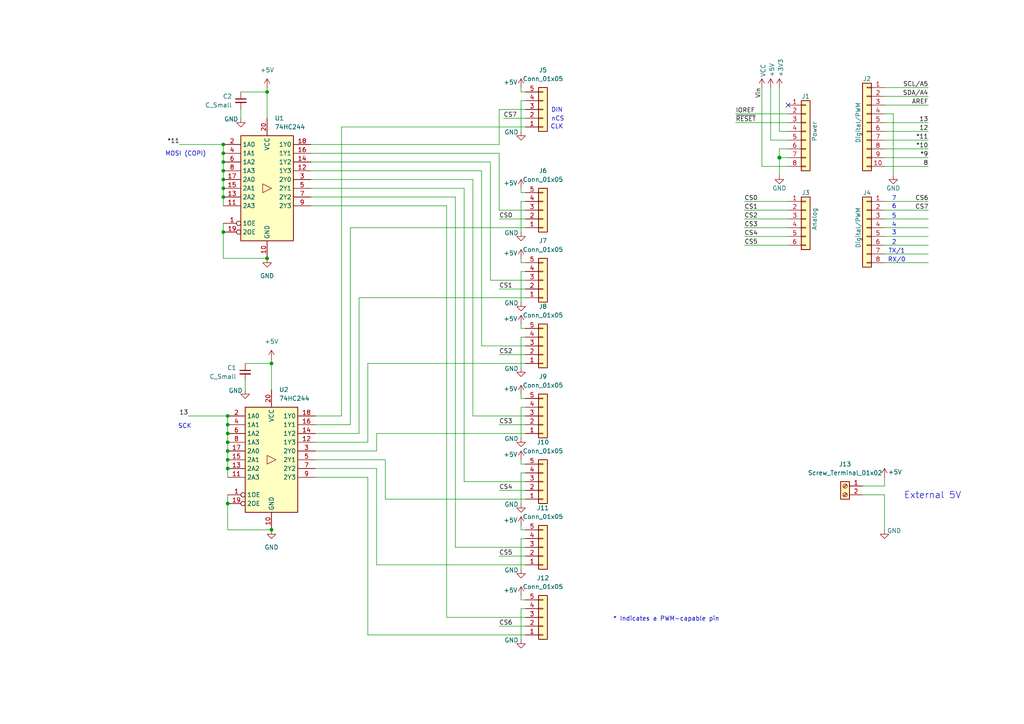
<source format=kicad_sch>
(kicad_sch (version 20231120) (generator "eeschema") (generator_version "8.0")
  (paper "A4")
  (title_block (date "mar. 31 mars 2015"))
  (lib_symbols
    (symbol "+5V_1" (power) (pin_numbers hide) (pin_names (offset 0) hide)
      (property "Value" "+5V" (at 0 3.556 0))
      (symbol "+5V_1_0_1"
        (polyline (pts (xy -0.762 1.27) (xy 0 2.54)))
        (polyline (pts (xy 0 0) (xy 0 2.54)))
        (polyline (pts (xy 0 2.54) (xy 0.762 1.27)))
      )
      (symbol "+5V_1_1_1"
        (pin power_in line (at 0 0 90) (length 0) (name "~") (number "1"))
      )
    )
    (symbol "74xx:74HC244"
      (property "Reference" "U" (at -7.62 16.51 0))
      (property "Value" "74HC244" (at -7.62 -16.51 0))
      (symbol "74HC244_1_0"
        (polyline (pts (xy 1.27 0) (xy -1.27 1.27) (xy -1.27 -1.27) (xy 1.27 0)) (stroke (width 0.1524)))
        (pin input inverted (at -12.7 -10.16 0) (length 5.08) (name "1OE") (number "1"))
        (pin power_in line (at 0 -20.32 90) (length 5.08) (name "GND") (number "10"))
        (pin input line (at -12.7 -5.08 0) (length 5.08) (name "2A3") (number "11"))
        (pin tri_state line (at 12.7 5.08 180) (length 5.08) (name "1Y3") (number "12"))
        (pin input line (at -12.7 -2.54 0) (length 5.08) (name "2A2") (number "13"))
        (pin tri_state line (at 12.7 7.62 180) (length 5.08) (name "1Y2") (number "14"))
        (pin input line (at -12.7 0 0) (length 5.08) (name "2A1") (number "15"))
        (pin tri_state line (at 12.7 10.16 180) (length 5.08) (name "1Y1") (number "16"))
        (pin input line (at -12.7 2.54 0) (length 5.08) (name "2A0") (number "17"))
        (pin tri_state line (at 12.7 12.7 180) (length 5.08) (name "1Y0") (number "18"))
        (pin input inverted (at -12.7 -12.7 0) (length 5.08) (name "2OE") (number "19"))
        (pin input line (at -12.7 12.7 0) (length 5.08) (name "1A0") (number "2"))
        (pin power_in line (at 0 20.32 270) (length 5.08) (name "VCC") (number "20"))
        (pin tri_state line (at 12.7 2.54 180) (length 5.08) (name "2Y0") (number "3"))
        (pin input line (at -12.7 10.16 0) (length 5.08) (name "1A1") (number "4"))
        (pin tri_state line (at 12.7 0 180) (length 5.08) (name "2Y1") (number "5"))
        (pin input line (at -12.7 7.62 0) (length 5.08) (name "1A2") (number "6"))
        (pin tri_state line (at 12.7 -2.54 180) (length 5.08) (name "2Y2") (number "7"))
        (pin input line (at -12.7 5.08 0) (length 5.08) (name "1A3") (number "8"))
        (pin tri_state line (at 12.7 -5.08 180) (length 5.08) (name "2Y3") (number "9"))
      )
      (symbol "74HC244_1_1"
        (rectangle (start -7.62 15.24) (end 7.62 -15.24) (stroke (width 0.254)) (fill (type background)))
      )
    )
    (symbol "Connector:Screw_Terminal_01x02" (pin_names (offset 1.016) hide)
      (property "Reference" "J" (at 0 2.54 0))
      (property "Value" "Screw_Terminal_01x02" (at 0 -5.08 0))
      (symbol "Screw_Terminal_01x02_1_1"
        (rectangle (start -1.27 1.27) (end 1.27 -3.81) (stroke (width 0.254)) (fill (type background)))
        (circle (center 0 -2.54) (radius 0.635) (stroke (width 0.1524)))
        (polyline (pts (xy -0.5334 -2.2098) (xy 0.3302 -3.048)) (stroke (width 0.1524)))
        (polyline (pts (xy -0.5334 0.3302) (xy 0.3302 -0.508)) (stroke (width 0.1524)))
        (polyline (pts (xy -0.3556 -2.032) (xy 0.508 -2.8702)) (stroke (width 0.1524)))
        (polyline (pts (xy -0.3556 0.508) (xy 0.508 -0.3302)) (stroke (width 0.1524)))
        (circle (center 0 0) (radius 0.635) (stroke (width 0.1524)))
        (pin passive line (at -5.08 0 0) (length 3.81) (name "Pin_1") (number "1"))
        (pin passive line (at -5.08 -2.54 0) (length 3.81) (name "Pin_2") (number "2"))
      )
    )
    (symbol "Connector_Generic:Conn_01x05" (pin_names (offset 1.016) hide)
      (property "Reference" "J" (at 0 7.62 0))
      (property "Value" "Conn_01x05" (at 0 -7.62 0))
      (symbol "Conn_01x05_1_1"
        (rectangle (start -1.27 -4.953) (end 0 -5.207) (stroke (width 0.1524)))
        (rectangle (start -1.27 -2.413) (end 0 -2.667) (stroke (width 0.1524)))
        (rectangle (start -1.27 0.127) (end 0 -0.127) (stroke (width 0.1524)))
        (rectangle (start -1.27 2.667) (end 0 2.413) (stroke (width 0.1524)))
        (rectangle (start -1.27 5.207) (end 0 4.953) (stroke (width 0.1524)))
        (rectangle (start -1.27 6.35) (end 1.27 -6.35) (stroke (width 0.254)) (fill (type background)))
        (pin passive line (at -5.08 5.08 0) (length 3.81) (name "Pin_1") (number "1"))
        (pin passive line (at -5.08 2.54 0) (length 3.81) (name "Pin_2") (number "2"))
        (pin passive line (at -5.08 0 0) (length 3.81) (name "Pin_3") (number "3"))
        (pin passive line (at -5.08 -2.54 0) (length 3.81) (name "Pin_4") (number "4"))
        (pin passive line (at -5.08 -5.08 0) (length 3.81) (name "Pin_5") (number "5"))
      )
    )
    (symbol "Connector_Generic:Conn_01x06" (pin_names (offset 1.016) hide)
      (property "Reference" "J" (at 0 7.62 0))
      (property "Value" "Conn_01x06" (at 0 -10.16 0))
      (symbol "Conn_01x06_1_1"
        (rectangle (start -1.27 -7.493) (end 0 -7.747) (stroke (width 0.1524)))
        (rectangle (start -1.27 -4.953) (end 0 -5.207) (stroke (width 0.1524)))
        (rectangle (start -1.27 -2.413) (end 0 -2.667) (stroke (width 0.1524)))
        (rectangle (start -1.27 0.127) (end 0 -0.127) (stroke (width 0.1524)))
        (rectangle (start -1.27 2.667) (end 0 2.413) (stroke (width 0.1524)))
        (rectangle (start -1.27 5.207) (end 0 4.953) (stroke (width 0.1524)))
        (rectangle (start -1.27 6.35) (end 1.27 -8.89) (stroke (width 0.254)) (fill (type background)))
        (pin passive line (at -5.08 5.08 0) (length 3.81) (name "Pin_1") (number "1"))
        (pin passive line (at -5.08 2.54 0) (length 3.81) (name "Pin_2") (number "2"))
        (pin passive line (at -5.08 0 0) (length 3.81) (name "Pin_3") (number "3"))
        (pin passive line (at -5.08 -2.54 0) (length 3.81) (name "Pin_4") (number "4"))
        (pin passive line (at -5.08 -5.08 0) (length 3.81) (name "Pin_5") (number "5"))
        (pin passive line (at -5.08 -7.62 0) (length 3.81) (name "Pin_6") (number "6"))
      )
    )
    (symbol "Connector_Generic:Conn_01x08" (pin_names (offset 1.016) hide)
      (property "Reference" "J" (at 0 10.16 0))
      (property "Value" "Conn_01x08" (at 0 -12.7 0))
      (symbol "Conn_01x08_1_1"
        (rectangle (start -1.27 -10.033) (end 0 -10.287) (stroke (width 0.1524)))
        (rectangle (start -1.27 -7.493) (end 0 -7.747) (stroke (width 0.1524)))
        (rectangle (start -1.27 -4.953) (end 0 -5.207) (stroke (width 0.1524)))
        (rectangle (start -1.27 -2.413) (end 0 -2.667) (stroke (width 0.1524)))
        (rectangle (start -1.27 0.127) (end 0 -0.127) (stroke (width 0.1524)))
        (rectangle (start -1.27 2.667) (end 0 2.413) (stroke (width 0.1524)))
        (rectangle (start -1.27 5.207) (end 0 4.953) (stroke (width 0.1524)))
        (rectangle (start -1.27 7.747) (end 0 7.493) (stroke (width 0.1524)))
        (rectangle (start -1.27 8.89) (end 1.27 -11.43) (stroke (width 0.254)) (fill (type background)))
        (pin passive line (at -5.08 7.62 0) (length 3.81) (name "Pin_1") (number "1"))
        (pin passive line (at -5.08 5.08 0) (length 3.81) (name "Pin_2") (number "2"))
        (pin passive line (at -5.08 2.54 0) (length 3.81) (name "Pin_3") (number "3"))
        (pin passive line (at -5.08 0 0) (length 3.81) (name "Pin_4") (number "4"))
        (pin passive line (at -5.08 -2.54 0) (length 3.81) (name "Pin_5") (number "5"))
        (pin passive line (at -5.08 -5.08 0) (length 3.81) (name "Pin_6") (number "6"))
        (pin passive line (at -5.08 -7.62 0) (length 3.81) (name "Pin_7") (number "7"))
        (pin passive line (at -5.08 -10.16 0) (length 3.81) (name "Pin_8") (number "8"))
      )
    )
    (symbol "Connector_Generic:Conn_01x10" (pin_names (offset 1.016) hide)
      (property "Reference" "J" (at 0 12.7 0))
      (property "Value" "Conn_01x10" (at 0 -15.24 0))
      (symbol "Conn_01x10_1_1"
        (rectangle (start -1.27 -12.573) (end 0 -12.827) (stroke (width 0.1524)))
        (rectangle (start -1.27 -10.033) (end 0 -10.287) (stroke (width 0.1524)))
        (rectangle (start -1.27 -7.493) (end 0 -7.747) (stroke (width 0.1524)))
        (rectangle (start -1.27 -4.953) (end 0 -5.207) (stroke (width 0.1524)))
        (rectangle (start -1.27 -2.413) (end 0 -2.667) (stroke (width 0.1524)))
        (rectangle (start -1.27 0.127) (end 0 -0.127) (stroke (width 0.1524)))
        (rectangle (start -1.27 2.667) (end 0 2.413) (stroke (width 0.1524)))
        (rectangle (start -1.27 5.207) (end 0 4.953) (stroke (width 0.1524)))
        (rectangle (start -1.27 7.747) (end 0 7.493) (stroke (width 0.1524)))
        (rectangle (start -1.27 10.287) (end 0 10.033) (stroke (width 0.1524)))
        (rectangle (start -1.27 11.43) (end 1.27 -13.97) (stroke (width 0.254)) (fill (type background)))
        (pin passive line (at -5.08 10.16 0) (length 3.81) (name "Pin_1") (number "1"))
        (pin passive line (at -5.08 -12.7 0) (length 3.81) (name "Pin_10") (number "10"))
        (pin passive line (at -5.08 7.62 0) (length 3.81) (name "Pin_2") (number "2"))
        (pin passive line (at -5.08 5.08 0) (length 3.81) (name "Pin_3") (number "3"))
        (pin passive line (at -5.08 2.54 0) (length 3.81) (name "Pin_4") (number "4"))
        (pin passive line (at -5.08 0 0) (length 3.81) (name "Pin_5") (number "5"))
        (pin passive line (at -5.08 -2.54 0) (length 3.81) (name "Pin_6") (number "6"))
        (pin passive line (at -5.08 -5.08 0) (length 3.81) (name "Pin_7") (number "7"))
        (pin passive line (at -5.08 -7.62 0) (length 3.81) (name "Pin_8") (number "8"))
        (pin passive line (at -5.08 -10.16 0) (length 3.81) (name "Pin_9") (number "9"))
      )
    )
    (symbol "Device:C_Small" (pin_numbers hide) (pin_names (offset 0.254) hide)
      (property "Reference" "C" (at 0.254 1.778 0))
      (property "Value" "C_Small" (at 0.254 -2.032 0))
      (symbol "C_Small_0_1"
        (polyline (pts (xy -1.524 -0.508) (xy 1.524 -0.508)) (stroke (width 0.3302)))
        (polyline (pts (xy -1.524 0.508) (xy 1.524 0.508)) (stroke (width 0.3048)))
      )
      (symbol "C_Small_1_1"
        (pin passive line (at 0 2.54 270) (length 2.032) (name "~") (number "1"))
        (pin passive line (at 0 -2.54 90) (length 2.032) (name "~") (number "2"))
      )
    )
    (symbol "GND_1" (power) (pin_numbers hide) (pin_names (offset 0) hide)
      (property "Value" "GND" (at 0 -3.81 0))
      (symbol "GND_1_0_1"
        (polyline (pts (xy 0 0) (xy 0 -1.27) (xy 1.27 -1.27) (xy 0 -2.54) (xy -1.27 -1.27) (xy 0 -1.27)))
      )
      (symbol "GND_1_1_1"
        (pin power_in line (at 0 0 270) (length 0) (name "~") (number "1"))
      )
    )
    (symbol "power:+3V3" (power) (pin_names (offset 0))
      (property "Value" "+3V3" (at 0 3.556 0))
      (symbol "+3V3_0_1"
        (polyline (pts (xy -0.762 1.27) (xy 0 2.54)))
        (polyline (pts (xy 0 0) (xy 0 2.54)))
        (polyline (pts (xy 0 2.54) (xy 0.762 1.27)))
      )
      (symbol "+3V3_1_1"
        (pin power_in line (at 0 0 90) (length 0) hide (name "+3V3") (number "1"))
      )
    )
    (symbol "power:+5V" (power) (pin_names (offset 0))
      (property "Value" "+5V" (at 0 3.556 0))
      (symbol "+5V_0_1"
        (polyline (pts (xy -0.762 1.27) (xy 0 2.54)))
        (polyline (pts (xy 0 0) (xy 0 2.54)))
        (polyline (pts (xy 0 2.54) (xy 0.762 1.27)))
      )
      (symbol "+5V_1_1"
        (pin power_in line (at 0 0 90) (length 0) hide (name "+5V") (number "1"))
      )
    )
    (symbol "power:GND" (power) (pin_names (offset 0))
      (property "Value" "GND" (at 0 -3.81 0))
      (symbol "GND_0_1"
        (polyline (pts (xy 0 0) (xy 0 -1.27) (xy 1.27 -1.27) (xy 0 -2.54) (xy -1.27 -1.27) (xy 0 -1.27)))
      )
      (symbol "GND_1_1"
        (pin power_in line (at 0 0 270) (length 0) hide (name "GND") (number "1"))
      )
    )
    (symbol "power:VCC" (power) (pin_names (offset 0))
      (property "Value" "VCC" (at 0 3.81 0))
      (symbol "VCC_0_1"
        (polyline (pts (xy -0.762 1.27) (xy 0 2.54)))
        (polyline (pts (xy 0 0) (xy 0 2.54)))
        (polyline (pts (xy 0 2.54) (xy 0.762 1.27)))
      )
      (symbol "VCC_1_1"
        (pin power_in line (at 0 0 90) (length 0) hide (name "VCC") (number "1"))
      )
    )
  )
  (junction (at 66.04 125.73))
  (junction (at 66.04 123.19))
  (junction (at 226.06 45.72) (diameter 1.016))
  (junction (at 64.77 52.07))
  (junction (at 64.77 46.99))
  (junction (at 64.77 57.15))
  (junction (at 77.47 26.67))
  (junction (at 66.04 135.89))
  (junction (at 66.04 133.35))
  (junction (at 66.04 130.81))
  (junction (at 64.77 67.31))
  (junction (at 66.04 128.27))
  (junction (at 64.77 41.91))
  (junction (at 78.74 105.41))
  (junction (at 66.04 146.05))
  (junction (at 64.77 54.61))
  (junction (at 64.77 44.45))
  (junction (at 77.47 74.93))
  (junction (at 66.04 120.65))
  (junction (at 78.74 153.67))
  (junction (at 64.77 49.53))
  (no_connect (at 228.6 30.48))
  (wire (pts (xy 256.54 76.2) (xy 269.24 76.2)))
  (wire (pts (xy 152.4 58.42) (xy 151.13 58.42)))
  (wire (pts (xy 152.4 153.67) (xy 151.13 153.67)))
  (wire (pts (xy 152.4 29.21) (xy 151.13 29.21)))
  (wire (pts (xy 152.4 55.88) (xy 151.13 55.88)))
  (wire (pts (xy 256.54 43.18) (xy 269.24 43.18)))
  (wire (pts (xy 144.78 142.24) (xy 152.4 142.24)))
  (wire (pts (xy 256.54 25.4) (xy 269.24 25.4)))
  (wire (pts (xy 152.4 176.53) (xy 151.13 176.53)))
  (wire (pts (xy 91.44 125.73) (xy 104.14 125.73)))
  (wire (pts (xy 134.62 139.7) (xy 152.4 139.7)))
  (wire (pts (xy 250.19 140.97) (xy 256.54 140.97)))
  (wire (pts (xy 66.04 143.51) (xy 66.04 146.05)))
  (wire (pts (xy 71.12 110.49) (xy 71.12 113.03)))
  (wire (pts (xy 144.78 63.5) (xy 152.4 63.5)))
  (wire (pts (xy 226.06 43.18) (xy 226.06 45.72)))
  (wire (pts (xy 91.44 135.89) (xy 109.22 135.89)))
  (wire (pts (xy 106.68 184.15) (xy 152.4 184.15)))
  (wire (pts (xy 215.9 71.12) (xy 228.6 71.12)))
  (wire (pts (xy 151.13 137.16) (xy 151.13 146.05)))
  (wire (pts (xy 99.06 120.65) (xy 99.06 36.83)))
  (wire (pts (xy 144.78 41.91) (xy 144.78 31.75)))
  (wire (pts (xy 151.13 78.74) (xy 151.13 87.63)))
  (wire (pts (xy 64.77 46.99) (xy 64.77 49.53)))
  (wire (pts (xy 64.77 74.93) (xy 77.47 74.93)))
  (wire (pts (xy 66.04 125.73) (xy 66.04 128.27)))
  (wire (pts (xy 111.76 144.78) (xy 152.4 144.78)))
  (wire (pts (xy 78.74 104.14) (xy 78.74 105.41)))
  (wire (pts (xy 226.06 45.72) (xy 226.06 50.8)))
  (wire (pts (xy 109.22 130.81) (xy 109.22 125.73)))
  (wire (pts (xy 101.6 66.04) (xy 152.4 66.04)))
  (wire (pts (xy 152.4 173.99) (xy 151.13 173.99)))
  (wire (pts (xy 226.06 38.1) (xy 228.6 38.1)))
  (wire (pts (xy 142.24 81.28) (xy 152.4 81.28)))
  (wire (pts (xy 151.13 74.93) (xy 151.13 76.2)))
  (wire (pts (xy 91.44 120.65) (xy 99.06 120.65)))
  (wire (pts (xy 151.13 172.72) (xy 151.13 173.99)))
  (wire (pts (xy 223.52 40.64) (xy 228.6 40.64)))
  (wire (pts (xy 223.52 25.4) (xy 223.52 40.64)))
  (wire (pts (xy 129.54 59.69) (xy 129.54 179.07)))
  (wire (pts (xy 144.78 44.45) (xy 144.78 60.96)))
  (wire (pts (xy 90.17 46.99) (xy 142.24 46.99)))
  (wire (pts (xy 256.54 35.56) (xy 269.24 35.56)))
  (wire (pts (xy 152.4 97.79) (xy 151.13 97.79)))
  (wire (pts (xy 71.12 105.41) (xy 78.74 105.41)))
  (wire (pts (xy 151.13 25.4) (xy 151.13 26.67)))
  (wire (pts (xy 226.06 25.4) (xy 226.06 38.1)))
  (wire (pts (xy 54.61 120.65) (xy 66.04 120.65)))
  (wire (pts (xy 256.54 58.42) (xy 269.24 58.42)))
  (wire (pts (xy 228.6 58.42) (xy 215.9 58.42)))
  (wire (pts (xy 151.13 156.21) (xy 151.13 165.1)))
  (wire (pts (xy 151.13 29.21) (xy 151.13 38.1)))
  (wire (pts (xy 256.54 38.1) (xy 269.24 38.1)))
  (wire (pts (xy 101.6 123.19) (xy 101.6 66.04)))
  (wire (pts (xy 137.16 120.65) (xy 152.4 120.65)))
  (wire (pts (xy 256.54 60.96) (xy 269.24 60.96)))
  (wire (pts (xy 66.04 128.27) (xy 66.04 130.81)))
  (wire (pts (xy 64.77 54.61) (xy 64.77 57.15)))
  (wire (pts (xy 152.4 95.25) (xy 151.13 95.25)))
  (wire (pts (xy 91.44 128.27) (xy 106.68 128.27)))
  (wire (pts (xy 69.85 26.67) (xy 77.47 26.67)))
  (wire (pts (xy 151.13 114.3) (xy 151.13 115.57)))
  (wire (pts (xy 91.44 138.43) (xy 106.68 138.43)))
  (wire (pts (xy 151.13 133.35) (xy 151.13 134.62)))
  (wire (pts (xy 91.44 123.19) (xy 101.6 123.19)))
  (wire (pts (xy 152.4 76.2) (xy 151.13 76.2)))
  (wire (pts (xy 256.54 45.72) (xy 269.24 45.72)))
  (wire (pts (xy 66.04 135.89) (xy 66.04 138.43)))
  (wire (pts (xy 64.77 57.15) (xy 64.77 59.69)))
  (wire (pts (xy 256.54 66.04) (xy 269.24 66.04)))
  (wire (pts (xy 77.47 26.67) (xy 77.47 34.29)))
  (wire (pts (xy 91.44 133.35) (xy 111.76 133.35)))
  (wire (pts (xy 106.68 138.43) (xy 106.68 184.15)))
  (wire (pts (xy 90.17 54.61) (xy 134.62 54.61)))
  (wire (pts (xy 213.36 33.02) (xy 228.6 33.02)))
  (wire (pts (xy 99.06 36.83) (xy 152.4 36.83)))
  (wire (pts (xy 250.19 143.51) (xy 256.54 143.51)))
  (wire (pts (xy 132.08 57.15) (xy 132.08 158.75)))
  (wire (pts (xy 259.08 33.02) (xy 259.08 50.8)))
  (wire (pts (xy 64.77 41.91) (xy 64.77 44.45)))
  (wire (pts (xy 146.05 34.29) (xy 152.4 34.29)))
  (wire (pts (xy 256.54 30.48) (xy 269.24 30.48)))
  (wire (pts (xy 152.4 115.57) (xy 151.13 115.57)))
  (wire (pts (xy 144.78 31.75) (xy 152.4 31.75)))
  (wire (pts (xy 90.17 52.07) (xy 137.16 52.07)))
  (wire (pts (xy 52.07 41.91) (xy 64.77 41.91)))
  (wire (pts (xy 228.6 63.5) (xy 215.9 63.5)))
  (wire (pts (xy 213.36 35.56) (xy 228.6 35.56)))
  (wire (pts (xy 104.14 86.36) (xy 152.4 86.36)))
  (wire (pts (xy 228.6 45.72) (xy 226.06 45.72)))
  (wire (pts (xy 109.22 135.89) (xy 109.22 163.83)))
  (wire (pts (xy 66.04 120.65) (xy 66.04 123.19)))
  (wire (pts (xy 111.76 133.35) (xy 111.76 144.78)))
  (wire (pts (xy 152.4 134.62) (xy 151.13 134.62)))
  (wire (pts (xy 66.04 133.35) (xy 66.04 135.89)))
  (wire (pts (xy 90.17 59.69) (xy 129.54 59.69)))
  (wire (pts (xy 78.74 105.41) (xy 78.74 113.03)))
  (wire (pts (xy 64.77 64.77) (xy 64.77 67.31)))
  (wire (pts (xy 152.4 156.21) (xy 151.13 156.21)))
  (wire (pts (xy 144.78 161.29) (xy 152.4 161.29)))
  (wire (pts (xy 228.6 48.26) (xy 220.98 48.26)))
  (wire (pts (xy 109.22 163.83) (xy 152.4 163.83)))
  (wire (pts (xy 69.85 31.75) (xy 69.85 34.29)))
  (wire (pts (xy 215.9 60.96) (xy 228.6 60.96)))
  (wire (pts (xy 151.13 97.79) (xy 151.13 106.68)))
  (wire (pts (xy 139.7 100.33) (xy 152.4 100.33)))
  (wire (pts (xy 152.4 118.11) (xy 151.13 118.11)))
  (wire (pts (xy 142.24 46.99) (xy 142.24 81.28)))
  (wire (pts (xy 134.62 54.61) (xy 134.62 139.7)))
  (wire (pts (xy 77.47 25.4) (xy 77.47 26.67)))
  (wire (pts (xy 109.22 125.73) (xy 152.4 125.73)))
  (wire (pts (xy 256.54 138.43) (xy 256.54 140.97)))
  (wire (pts (xy 66.04 130.81) (xy 66.04 133.35)))
  (wire (pts (xy 64.77 44.45) (xy 64.77 46.99)))
  (wire (pts (xy 106.68 105.41) (xy 152.4 105.41)))
  (wire (pts (xy 106.68 128.27) (xy 106.68 105.41)))
  (wire (pts (xy 144.78 83.82) (xy 152.4 83.82)))
  (wire (pts (xy 256.54 33.02) (xy 259.08 33.02)))
  (wire (pts (xy 64.77 49.53) (xy 64.77 52.07)))
  (wire (pts (xy 228.6 43.18) (xy 226.06 43.18)))
  (wire (pts (xy 144.78 102.87) (xy 152.4 102.87)))
  (wire (pts (xy 151.13 58.42) (xy 151.13 67.31)))
  (wire (pts (xy 104.14 125.73) (xy 104.14 86.36)))
  (wire (pts (xy 66.04 123.19) (xy 66.04 125.73)))
  (wire (pts (xy 152.4 137.16) (xy 151.13 137.16)))
  (wire (pts (xy 256.54 40.64) (xy 269.24 40.64)))
  (wire (pts (xy 90.17 57.15) (xy 132.08 57.15)))
  (wire (pts (xy 90.17 44.45) (xy 144.78 44.45)))
  (wire (pts (xy 139.7 49.53) (xy 139.7 100.33)))
  (wire (pts (xy 144.78 181.61) (xy 152.4 181.61)))
  (wire (pts (xy 132.08 158.75) (xy 152.4 158.75)))
  (wire (pts (xy 144.78 123.19) (xy 152.4 123.19)))
  (wire (pts (xy 151.13 54.61) (xy 151.13 55.88)))
  (wire (pts (xy 256.54 63.5) (xy 269.24 63.5)))
  (wire (pts (xy 144.78 60.96) (xy 152.4 60.96)))
  (wire (pts (xy 152.4 26.67) (xy 151.13 26.67)))
  (wire (pts (xy 151.13 176.53) (xy 151.13 185.42)))
  (wire (pts (xy 215.9 66.04) (xy 228.6 66.04)))
  (wire (pts (xy 256.54 143.51) (xy 256.54 153.67)))
  (wire (pts (xy 151.13 93.98) (xy 151.13 95.25)))
  (wire (pts (xy 66.04 153.67) (xy 78.74 153.67)))
  (wire (pts (xy 90.17 49.53) (xy 139.7 49.53)))
  (wire (pts (xy 152.4 78.74) (xy 151.13 78.74)))
  (wire (pts (xy 129.54 179.07) (xy 152.4 179.07)))
  (wire (pts (xy 64.77 67.31) (xy 64.77 74.93)))
  (wire (pts (xy 64.77 52.07) (xy 64.77 54.61)))
  (wire (pts (xy 256.54 27.94) (xy 269.24 27.94)))
  (wire (pts (xy 66.04 146.05) (xy 66.04 153.67)))
  (wire (pts (xy 256.54 71.12) (xy 269.24 71.12)))
  (wire (pts (xy 256.54 68.58) (xy 269.24 68.58)))
  (wire (pts (xy 151.13 152.4) (xy 151.13 153.67)))
  (wire (pts (xy 137.16 52.07) (xy 137.16 120.65)))
  (wire (pts (xy 256.54 73.66) (xy 269.24 73.66)))
  (wire (pts (xy 220.98 48.26) (xy 220.98 25.4)))
  (wire (pts (xy 91.44 130.81) (xy 109.22 130.81)))
  (wire (pts (xy 144.78 41.91) (xy 90.17 41.91)))
  (wire (pts (xy 228.6 68.58) (xy 215.9 68.58)))
  (wire (pts (xy 256.54 48.26) (xy 269.24 48.26)))
  (wire (pts (xy 151.13 118.11) (xy 151.13 127)))
  (text "CLK" (at 161.544 36.83 0) (effects (font (size 1.27 1.27))))
  (text "2" (at 259.334 70.358 0) (effects (font (size 1.27 1.27))))
  (text "SCK" (at 53.594 123.698 0) (effects (font (size 1.27 1.27))))
  (text "3" (at 259.334 67.564 0) (effects (font (size 1.27 1.27))))
  (text "5" (at 259.334 62.738 0) (effects (font (size 1.27 1.27))))
  (text "4" (at 259.334 65.278 0) (effects (font (size 1.27 1.27))))
  (text "* Indicates a PWM-capable pin" (at 177.8 180.34 0) (effects (font (size 1.27 1.27)) (justify left bottom)))
  (text "RX/0" (at 260.096 75.438 0) (effects (font (size 1.27 1.27))))
  (text "MOSI (COPI)" (at 53.848 44.704 0) (effects (font (size 1.27 1.27))))
  (text "6" (at 259.334 59.944 0) (effects (font (size 1.27 1.27))))
  (text "nCS" (at 161.798 34.544 0) (effects (font (size 1.27 1.27))))
  (text "DIN" (at 161.544 32.004 0) (effects (font (size 1.27 1.27))))
  (text "7" (at 259.334 57.658 0) (effects (font (size 1.27 1.27))))
  (text "TX/1" (at 260.096 72.898 0) (effects (font (size 1.27 1.27))))
  (text "External 5V" (at 270.51 143.764 0) (effects (font (size 1.905 1.905))))
  (label "13" (at 269.24 35.56 180))
  (label "12" (at 269.24 38.1 180))
  (label "CS7" (at 146.05 34.29 0))
  (label "~{RESET}" (at 213.36 35.56 0))
  (label "*10" (at 269.24 43.18 180))
  (label "13" (at 54.61 120.65 180))
  (label "CS2" (at 144.78 102.87 0))
  (label "CS5" (at 215.9 71.12 0))
  (label "CS1" (at 215.9 60.96 0))
  (label "*11" (at 52.07 41.91 180))
  (label "CS1" (at 144.78 83.82 0))
  (label "CS0" (at 215.9 58.42 0))
  (label "SDA{slash}A4" (at 269.24 27.94 180))
  (label "8" (at 269.24 48.26 180))
  (label "CS6" (at 265.43 58.42 0))
  (label "CS0" (at 144.78 63.5 0))
  (label "*11" (at 269.24 40.64 180))
  (label "CS4" (at 215.9 68.58 0))
  (label "CS4" (at 144.78 142.24 0))
  (label "CS6" (at 144.78 181.61 0))
  (label "CS3" (at 215.9 66.04 0))
  (label "AREF" (at 269.24 30.48 180))
  (label "Vin" (at 220.98 25.4 270))
  (label "CS5" (at 144.78 161.29 0))
  (label "SCL{slash}A5" (at 269.24 25.4 180))
  (label "*9" (at 269.24 45.72 180))
  (label "CS7" (at 265.43 60.96 0))
  (label "CS3" (at 144.78 123.19 0))
  (label "IOREF" (at 213.36 33.02 0))
  (label "CS2" (at 215.9 63.5 0))
  (symbol (lib_id "Connector_Generic:Conn_01x08") (at 233.68 38.1 0) (unit 1)
    (property "Reference" "J1" (at 233.68 27.94 0))
    (property "Value" "Power" (at 236.22 38.1 90))
    (property "Footprint" "Connector_PinSocket_2.54mm:PinSocket_1x08_P2.54mm_Vertical" (effects (hide yes)))
  )
  (symbol (lib_id "power:+3V3") (at 226.06 25.4 0) (unit 1)
    (property "Reference" "#PWR03" (effects (hide yes)))
    (property "Value" "+3V3" (at 226.441 22.352 90) (effects (justify left)))
  )
  (symbol (lib_id "power:+5V") (at 223.52 25.4 0) (unit 1)
    (property "Reference" "#PWR02" (effects (hide yes)))
    (property "Value" "+5V" (at 223.8756 22.352 90) (effects (justify left)))
  )
  (symbol (lib_id "power:GND") (at 226.06 50.8 0) (unit 1)
    (property "Reference" "#PWR04" (effects (hide yes)))
    (property "Value" "GND" (at 226.06 54.61 0))
  )
  (symbol (lib_id "Connector_Generic:Conn_01x10") (at 251.46 35.56 0) (mirror y) (unit 1)
    (property "Reference" "J2" (at 251.46 22.86 0))
    (property "Value" "Digital/PWM" (at 248.92 35.56 90))
    (property "Footprint" "Connector_PinSocket_2.54mm:PinSocket_1x10_P2.54mm_Vertical" (effects (hide yes)))
  )
  (symbol (lib_id "power:GND") (at 259.08 50.8 0) (unit 1)
    (property "Reference" "#PWR05" (effects (hide yes)))
    (property "Value" "GND" (at 259.08 54.61 0))
  )
  (symbol (lib_id "Connector_Generic:Conn_01x06") (at 233.68 63.5 0) (unit 1)
    (property "Reference" "J3" (at 233.68 55.88 0))
    (property "Value" "Analog" (at 236.22 63.5 90))
    (property "Footprint" "Connector_PinSocket_2.54mm:PinSocket_1x06_P2.54mm_Vertical" (effects (hide yes)))
  )
  (symbol (lib_id "Connector_Generic:Conn_01x08") (at 251.46 66.04 0) (mirror y) (unit 1)
    (property "Reference" "J4" (at 251.46 55.88 0))
    (property "Value" "Digital/PWM" (at 248.92 66.04 90))
    (property "Footprint" "Connector_PinSocket_2.54mm:PinSocket_1x08_P2.54mm_Vertical" (effects (hide yes)))
  )
  (symbol (lib_id "74xx:74HC244") (at 77.47 54.61 0) (unit 1)
    (property "Reference" "U1" (at 79.6641 34.29 0) (effects (justify left)))
    (property "Value" "74HC244" (at 79.6641 36.83 0) (effects (justify left)))
    (property "Footprint" "Package_DIP:DIP-20_W7.62mm" (effects (hide yes)))
    (property "Datasheet" "https://assets.nexperia.com/documents/data-sheet/74HC_HCT244.pdf" (effects (hide yes)))
    (property "Description" "8-bit Buffer/Line Driver 3-state" (effects (hide yes)))
  )
  (symbol (lib_id "Connector:Screw_Terminal_01x02") (at 245.11 140.97 0) (mirror y) (unit 1)
    (property "Reference" "J13" (at 245.11 134.62 0))
    (property "Value" "Screw_Terminal_01x02" (at 245.11 137.16 0))
    (property "Footprint" "Connector_Wago:Wago_734-132_1x02_P3.50mm_Vertical" (effects (hide yes)))
    (property "Description" "Generic screw terminal, single row, 01x02, script generated (kicad-library-utils/schlib/autogen/connector/)" (effects (hide yes)))
  )
  (symbol (lib_id "power:+5V") (at 151.13 172.72 0) (mirror y) (unit 1)
    (property "Reference" "#PWR020" (effects (hide yes)))
    (property "Value" "+5V" (at 148.082 171.196 0))
    (property "Description" "Power symbol creates a global label with name \"+5V\"" (effects (hide yes)))
  )
  (symbol (lib_id "power:GND") (at 71.12 113.03 0) (mirror y) (unit 1)
    (property "Reference" "#PWR027" (effects (hide yes)))
    (property "Value" "GND" (at 68.326 113.284 0))
    (property "Description" "Power symbol creates a global label with name \"GND\" , ground" (effects (hide yes)))
  )
  (symbol (lib_id "Device:C_Small") (at 71.12 107.95 0) (unit 1)
    (property "Reference" "C1" (at 68.58 106.6862 0) (effects (justify right)))
    (property "Value" "C_Small" (at 68.58 109.2262 0) (effects (justify right)))
    (property "Footprint" "Capacitor_THT:C_Rect_L7.0mm_W2.5mm_P5.00mm" (effects (hide yes)))
    (property "Description" "Unpolarized capacitor, small symbol" (effects (hide yes)))
  )
  (symbol (lib_id "power:+5V") (at 151.13 152.4 0) (mirror y) (unit 1)
    (property "Reference" "#PWR018" (effects (hide yes)))
    (property "Value" "+5V" (at 148.082 150.876 0))
    (property "Description" "Power symbol creates a global label with name \"+5V\"" (effects (hide yes)))
  )
  (symbol (lib_id "74xx:74HC244") (at 78.74 133.35 0) (unit 1)
    (property "Reference" "U2" (at 80.9341 113.03 0) (effects (justify left)))
    (property "Value" "74HC244" (at 80.9341 115.57 0) (effects (justify left)))
    (property "Footprint" "Package_DIP:DIP-20_W7.62mm" (effects (hide yes)))
    (property "Datasheet" "https://assets.nexperia.com/documents/data-sheet/74HC_HCT244.pdf" (effects (hide yes)))
    (property "Description" "8-bit Buffer/Line Driver 3-state" (effects (hide yes)))
  )
  (symbol (lib_id "power:+5V") (at 151.13 54.61 0) (mirror y) (unit 1)
    (property "Reference" "#PWR08" (effects (hide yes)))
    (property "Value" "+5V" (at 148.082 53.086 0))
    (property "Description" "Power symbol creates a global label with name \"+5V\"" (effects (hide yes)))
  )
  (symbol (lib_id "power:VCC") (at 220.98 25.4 0) (unit 1)
    (property "Reference" "#PWR01" (effects (hide yes)))
    (property "Value" "VCC" (at 221.361 22.352 90) (effects (justify left)))
  )
  (symbol (lib_id "power:GND") (at 151.13 185.42 0) (mirror y) (unit 1)
    (property "Reference" "#PWR021" (effects (hide yes)))
    (property "Value" "GND" (at 148.336 185.674 0))
    (property "Description" "Power symbol creates a global label with name \"GND\" , ground" (effects (hide yes)))
  )
  (symbol (lib_id "Connector_Generic:Conn_01x05") (at 157.48 139.7 0) (mirror x) (unit 1)
    (property "Reference" "J10" (at 157.48 128.27 0))
    (property "Value" "Conn_01x05" (at 157.48 130.81 0))
    (property "Footprint" "Connector_PinHeader_2.54mm:PinHeader_1x05_P2.54mm_Vertical" (effects (hide yes)))
    (property "Description" "Generic connector, single row, 01x05, script generated (kicad-library-utils/schlib/autogen/connector/)" (effects (hide yes)))
  )
  (symbol (lib_id "Connector_Generic:Conn_01x05") (at 157.48 81.28 0) (mirror x) (unit 1)
    (property "Reference" "J7" (at 157.48 69.85 0))
    (property "Value" "Conn_01x05" (at 157.48 72.39 0))
    (property "Footprint" "Connector_PinHeader_2.54mm:PinHeader_1x05_P2.54mm_Vertical" (effects (hide yes)))
    (property "Description" "Generic connector, single row, 01x05, script generated (kicad-library-utils/schlib/autogen/connector/)" (effects (hide yes)))
  )
  (symbol (lib_id "power:GND") (at 151.13 67.31 0) (mirror y) (unit 1)
    (property "Reference" "#PWR09" (effects (hide yes)))
    (property "Value" "GND" (at 148.336 67.564 0))
    (property "Description" "Power symbol creates a global label with name \"GND\" , ground" (effects (hide yes)))
  )
  (symbol (lib_id "power:+5V") (at 151.13 133.35 0) (mirror y) (unit 1)
    (property "Reference" "#PWR016" (effects (hide yes)))
    (property "Value" "+5V" (at 148.082 131.826 0))
    (property "Description" "Power symbol creates a global label with name \"+5V\"" (effects (hide yes)))
  )
  (symbol (lib_id "Connector_Generic:Conn_01x05") (at 157.48 179.07 0) (mirror x) (unit 1)
    (property "Reference" "J12" (at 157.48 167.64 0))
    (property "Value" "Conn_01x05" (at 157.48 170.18 0))
    (property "Footprint" "Connector_PinHeader_2.54mm:PinHeader_1x05_P2.54mm_Vertical" (effects (hide yes)))
    (property "Description" "Generic connector, single row, 01x05, script generated (kicad-library-utils/schlib/autogen/connector/)" (effects (hide yes)))
  )
  (symbol (lib_name "+5V_1") (lib_id "power:+5V") (at 78.74 104.14 0) (unit 1)
    (property "Reference" "#PWR026" (effects (hide yes)))
    (property "Value" "+5V" (at 78.74 99.06 0))
    (property "Description" "Power symbol creates a global label with name \"+5V\"" (effects (hide yes)))
  )
  (symbol (lib_name "GND_1") (lib_id "power:GND") (at 78.74 153.67 0) (unit 1)
    (property "Reference" "#PWR025" (effects (hide yes)))
    (property "Value" "GND" (at 78.74 158.75 0))
    (property "Description" "Power symbol creates a global label with name \"GND\" , ground" (effects (hide yes)))
  )
  (symbol (lib_id "power:GND") (at 151.13 127 0) (mirror y) (unit 1)
    (property "Reference" "#PWR015" (effects (hide yes)))
    (property "Value" "GND" (at 148.336 127.254 0))
    (property "Description" "Power symbol creates a global label with name \"GND\" , ground" (effects (hide yes)))
  )
  (symbol (lib_id "Device:C_Small") (at 69.85 29.21 0) (unit 1)
    (property "Reference" "C2" (at 67.31 27.9462 0) (effects (justify right)))
    (property "Value" "C_Small" (at 67.31 30.4862 0) (effects (justify right)))
    (property "Footprint" "Capacitor_THT:C_Rect_L7.0mm_W2.5mm_P5.00mm" (effects (hide yes)))
    (property "Description" "Unpolarized capacitor, small symbol" (effects (hide yes)))
  )
  (symbol (lib_id "power:GND") (at 69.85 34.29 0) (mirror y) (unit 1)
    (property "Reference" "#PWR028" (effects (hide yes)))
    (property "Value" "GND" (at 67.056 34.544 0))
    (property "Description" "Power symbol creates a global label with name \"GND\" , ground" (effects (hide yes)))
  )
  (symbol (lib_id "power:+5V") (at 256.54 138.43 0) (unit 1)
    (property "Reference" "#PWR022" (effects (hide yes)))
    (property "Value" "+5V" (at 259.588 136.906 0))
    (property "Description" "Power symbol creates a global label with name \"+5V\"" (effects (hide yes)))
  )
  (symbol (lib_id "power:+5V") (at 151.13 25.4 0) (mirror y) (unit 1)
    (property "Reference" "#PWR06" (effects (hide yes)))
    (property "Value" "+5V" (at 148.082 23.876 0))
    (property "Description" "Power symbol creates a global label with name \"+5V\"" (effects (hide yes)))
  )
  (symbol (lib_id "power:+5V") (at 151.13 114.3 0) (mirror y) (unit 1)
    (property "Reference" "#PWR014" (effects (hide yes)))
    (property "Value" "+5V" (at 148.082 112.776 0))
    (property "Description" "Power symbol creates a global label with name \"+5V\"" (effects (hide yes)))
  )
  (symbol (lib_id "power:GND") (at 151.13 146.05 0) (mirror y) (unit 1)
    (property "Reference" "#PWR017" (effects (hide yes)))
    (property "Value" "GND" (at 148.336 146.304 0))
    (property "Description" "Power symbol creates a global label with name \"GND\" , ground" (effects (hide yes)))
  )
  (symbol (lib_name "GND_1") (lib_id "power:GND") (at 77.47 74.93 0) (unit 1)
    (property "Reference" "#PWR024" (effects (hide yes)))
    (property "Value" "GND" (at 77.47 80.01 0))
    (property "Description" "Power symbol creates a global label with name \"GND\" , ground" (effects (hide yes)))
  )
  (symbol (lib_id "power:GND") (at 151.13 165.1 0) (mirror y) (unit 1)
    (property "Reference" "#PWR019" (effects (hide yes)))
    (property "Value" "GND" (at 148.336 165.354 0))
    (property "Description" "Power symbol creates a global label with name \"GND\" , ground" (effects (hide yes)))
  )
  (symbol (lib_id "Connector_Generic:Conn_01x05") (at 157.48 100.33 0) (mirror x) (unit 1)
    (property "Reference" "J8" (at 157.48 88.9 0))
    (property "Value" "Conn_01x05" (at 157.48 91.44 0))
    (property "Footprint" "Connector_PinHeader_2.54mm:PinHeader_1x05_P2.54mm_Vertical" (effects (hide yes)))
    (property "Description" "Generic connector, single row, 01x05, script generated (kicad-library-utils/schlib/autogen/connector/)" (effects (hide yes)))
  )
  (symbol (lib_id "power:+5V") (at 151.13 74.93 0) (mirror y) (unit 1)
    (property "Reference" "#PWR010" (effects (hide yes)))
    (property "Value" "+5V" (at 148.082 73.406 0))
    (property "Description" "Power symbol creates a global label with name \"+5V\"" (effects (hide yes)))
  )
  (symbol (lib_id "power:+5V") (at 151.13 93.98 0) (mirror y) (unit 1)
    (property "Reference" "#PWR012" (effects (hide yes)))
    (property "Value" "+5V" (at 148.082 92.456 0))
    (property "Description" "Power symbol creates a global label with name \"+5V\"" (effects (hide yes)))
  )
  (symbol (lib_name "+5V_1") (lib_id "power:+5V") (at 77.47 25.4 0) (unit 1)
    (property "Reference" "#PWR029" (effects (hide yes)))
    (property "Value" "+5V" (at 77.47 20.32 0))
    (property "Description" "Power symbol creates a global label with name \"+5V\"" (effects (hide yes)))
  )
  (symbol (lib_id "power:GND") (at 151.13 38.1 0) (mirror y) (unit 1)
    (property "Reference" "#PWR07" (effects (hide yes)))
    (property "Value" "GND" (at 148.336 38.354 0))
    (property "Description" "Power symbol creates a global label with name \"GND\" , ground" (effects (hide yes)))
  )
  (symbol (lib_id "Connector_Generic:Conn_01x05") (at 157.48 120.65 0) (mirror x) (unit 1)
    (property "Reference" "J9" (at 157.48 109.22 0))
    (property "Value" "Conn_01x05" (at 157.48 111.76 0))
    (property "Footprint" "Connector_PinHeader_2.54mm:PinHeader_1x05_P2.54mm_Vertical" (effects (hide yes)))
    (property "Description" "Generic connector, single row, 01x05, script generated (kicad-library-utils/schlib/autogen/connector/)" (effects (hide yes)))
  )
  (symbol (lib_id "power:GND") (at 151.13 87.63 0) (mirror y) (unit 1)
    (property "Reference" "#PWR011" (effects (hide yes)))
    (property "Value" "GND" (at 148.336 87.884 0))
    (property "Description" "Power symbol creates a global label with name \"GND\" , ground" (effects (hide yes)))
  )
  (symbol (lib_id "Connector_Generic:Conn_01x05") (at 157.48 60.96 0) (mirror x) (unit 1)
    (property "Reference" "J6" (at 157.48 49.53 0))
    (property "Value" "Conn_01x05" (at 157.48 52.07 0))
    (property "Footprint" "Connector_PinHeader_2.54mm:PinHeader_1x05_P2.54mm_Vertical" (effects (hide yes)))
    (property "Description" "Generic connector, single row, 01x05, script generated (kicad-library-utils/schlib/autogen/connector/)" (effects (hide yes)))
  )
  (symbol (lib_id "power:GND") (at 256.54 153.67 0) (unit 1)
    (property "Reference" "#PWR023" (effects (hide yes)))
    (property "Value" "GND" (at 259.334 153.924 0))
    (property "Description" "Power symbol creates a global label with name \"GND\" , ground" (effects (hide yes)))
  )
  (symbol (lib_id "Connector_Generic:Conn_01x05") (at 157.48 158.75 0) (mirror x) (unit 1)
    (property "Reference" "J11" (at 157.48 147.32 0))
    (property "Value" "Conn_01x05" (at 157.48 149.86 0))
    (property "Footprint" "Connector_PinHeader_2.54mm:PinHeader_1x05_P2.54mm_Vertical" (effects (hide yes)))
    (property "Description" "Generic connector, single row, 01x05, script generated (kicad-library-utils/schlib/autogen/connector/)" (effects (hide yes)))
  )
  (symbol (lib_id "Connector_Generic:Conn_01x05") (at 157.48 31.75 0) (mirror x) (unit 1)
    (property "Reference" "J5" (at 157.48 20.32 0))
    (property "Value" "Conn_01x05" (at 157.48 22.86 0))
    (property "Footprint" "Connector_PinHeader_2.54mm:PinHeader_1x05_P2.54mm_Vertical" (effects (hide yes)))
    (property "Description" "Generic connector, single row, 01x05, script generated (kicad-library-utils/schlib/autogen/connector/)" (effects (hide yes)))
  )
  (symbol (lib_id "power:GND") (at 151.13 106.68 0) (mirror y) (unit 1)
    (property "Reference" "#PWR013" (effects (hide yes)))
    (property "Value" "GND" (at 148.336 106.934 0))
    (property "Description" "Power symbol creates a global label with name \"GND\" , ground" (effects (hide yes)))
  )
)
</source>
